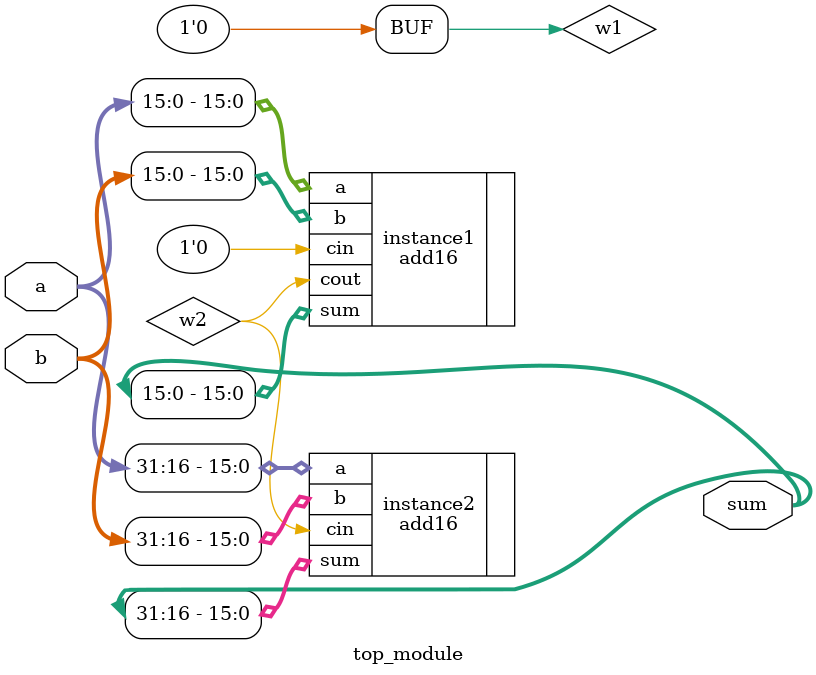
<source format=v>
module top_module(
    input [31:0] a,
    input [31:0] b,
    output [31:0] sum
);
	wire w1;
    wire w2;
    assign w1 = 1'b0;
    add16 instance1(.a(a[15:0]),
                    .b(b[15:0]),
                    .cin(w1),
                    .sum(sum[15:0]),
                    .cout(w2));
    add16 instance2(.a(a[31:16]),
                    .b(b[31:16]),
                    .cin(w2),
                    .sum(sum[31:16]));
endmodule

</source>
